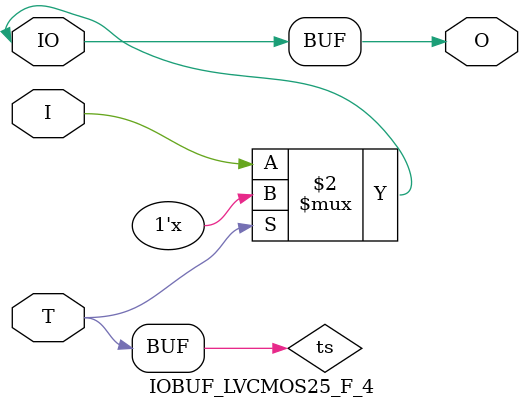
<source format=v>

/*

FUNCTION	: INPUT TRI-STATE OUTPUT BUFFER

*/

`celldefine
`timescale  100 ps / 10 ps

module IOBUF_LVCMOS25_F_4 (O, IO, I, T);

    output O;

    inout  IO;

    input  I, T;

    or O1 (ts, 1'b0, T);
    bufif0 T1 (IO, I, ts);

    buf B1 (O, IO);

endmodule

</source>
